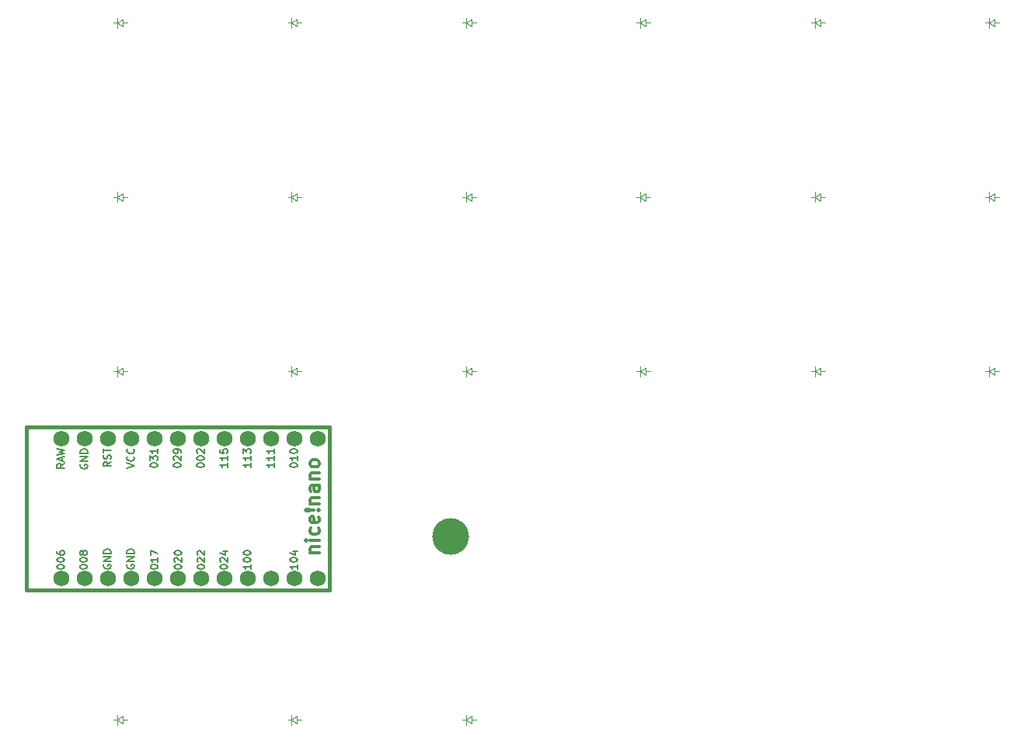
<source format=gbr>
%TF.GenerationSoftware,KiCad,Pcbnew,9.0.4*%
%TF.CreationDate,2025-09-30T09:08:11+02:00*%
%TF.ProjectId,right,72696768-742e-46b6-9963-61645f706362,v1.0.0*%
%TF.SameCoordinates,Original*%
%TF.FileFunction,Legend,Top*%
%TF.FilePolarity,Positive*%
%FSLAX46Y46*%
G04 Gerber Fmt 4.6, Leading zero omitted, Abs format (unit mm)*
G04 Created by KiCad (PCBNEW 9.0.4) date 2025-09-30 09:08:11*
%MOMM*%
%LPD*%
G01*
G04 APERTURE LIST*
%ADD10C,0.150000*%
%ADD11C,0.300000*%
%ADD12C,0.100000*%
%ADD13C,0.381000*%
%ADD14C,1.752600*%
%ADD15C,4.000000*%
G04 APERTURE END LIST*
D10*
X95892295Y-127078665D02*
X95511342Y-127345332D01*
X95892295Y-127535808D02*
X95092295Y-127535808D01*
X95092295Y-127535808D02*
X95092295Y-127231046D01*
X95092295Y-127231046D02*
X95130390Y-127154856D01*
X95130390Y-127154856D02*
X95168485Y-127116761D01*
X95168485Y-127116761D02*
X95244676Y-127078665D01*
X95244676Y-127078665D02*
X95358961Y-127078665D01*
X95358961Y-127078665D02*
X95435152Y-127116761D01*
X95435152Y-127116761D02*
X95473247Y-127154856D01*
X95473247Y-127154856D02*
X95511342Y-127231046D01*
X95511342Y-127231046D02*
X95511342Y-127535808D01*
X95663723Y-126773904D02*
X95663723Y-126392951D01*
X95892295Y-126850094D02*
X95092295Y-126583427D01*
X95092295Y-126583427D02*
X95892295Y-126316761D01*
X95092295Y-126126285D02*
X95892295Y-125935809D01*
X95892295Y-125935809D02*
X95320866Y-125783428D01*
X95320866Y-125783428D02*
X95892295Y-125631047D01*
X95892295Y-125631047D02*
X95092295Y-125440571D01*
X97670390Y-127154856D02*
X97632295Y-127231046D01*
X97632295Y-127231046D02*
X97632295Y-127345332D01*
X97632295Y-127345332D02*
X97670390Y-127459618D01*
X97670390Y-127459618D02*
X97746580Y-127535808D01*
X97746580Y-127535808D02*
X97822771Y-127573903D01*
X97822771Y-127573903D02*
X97975152Y-127611999D01*
X97975152Y-127611999D02*
X98089438Y-127611999D01*
X98089438Y-127611999D02*
X98241819Y-127573903D01*
X98241819Y-127573903D02*
X98318009Y-127535808D01*
X98318009Y-127535808D02*
X98394200Y-127459618D01*
X98394200Y-127459618D02*
X98432295Y-127345332D01*
X98432295Y-127345332D02*
X98432295Y-127269141D01*
X98432295Y-127269141D02*
X98394200Y-127154856D01*
X98394200Y-127154856D02*
X98356104Y-127116760D01*
X98356104Y-127116760D02*
X98089438Y-127116760D01*
X98089438Y-127116760D02*
X98089438Y-127269141D01*
X98432295Y-126773903D02*
X97632295Y-126773903D01*
X97632295Y-126773903D02*
X98432295Y-126316760D01*
X98432295Y-126316760D02*
X97632295Y-126316760D01*
X98432295Y-125935808D02*
X97632295Y-125935808D01*
X97632295Y-125935808D02*
X97632295Y-125745332D01*
X97632295Y-125745332D02*
X97670390Y-125631046D01*
X97670390Y-125631046D02*
X97746580Y-125554856D01*
X97746580Y-125554856D02*
X97822771Y-125516761D01*
X97822771Y-125516761D02*
X97975152Y-125478665D01*
X97975152Y-125478665D02*
X98089438Y-125478665D01*
X98089438Y-125478665D02*
X98241819Y-125516761D01*
X98241819Y-125516761D02*
X98318009Y-125554856D01*
X98318009Y-125554856D02*
X98394200Y-125631046D01*
X98394200Y-125631046D02*
X98432295Y-125745332D01*
X98432295Y-125745332D02*
X98432295Y-125935808D01*
X100972295Y-126850094D02*
X100591342Y-127116761D01*
X100972295Y-127307237D02*
X100172295Y-127307237D01*
X100172295Y-127307237D02*
X100172295Y-127002475D01*
X100172295Y-127002475D02*
X100210390Y-126926285D01*
X100210390Y-126926285D02*
X100248485Y-126888190D01*
X100248485Y-126888190D02*
X100324676Y-126850094D01*
X100324676Y-126850094D02*
X100438961Y-126850094D01*
X100438961Y-126850094D02*
X100515152Y-126888190D01*
X100515152Y-126888190D02*
X100553247Y-126926285D01*
X100553247Y-126926285D02*
X100591342Y-127002475D01*
X100591342Y-127002475D02*
X100591342Y-127307237D01*
X100934200Y-126545333D02*
X100972295Y-126431047D01*
X100972295Y-126431047D02*
X100972295Y-126240571D01*
X100972295Y-126240571D02*
X100934200Y-126164380D01*
X100934200Y-126164380D02*
X100896104Y-126126285D01*
X100896104Y-126126285D02*
X100819914Y-126088190D01*
X100819914Y-126088190D02*
X100743723Y-126088190D01*
X100743723Y-126088190D02*
X100667533Y-126126285D01*
X100667533Y-126126285D02*
X100629438Y-126164380D01*
X100629438Y-126164380D02*
X100591342Y-126240571D01*
X100591342Y-126240571D02*
X100553247Y-126392952D01*
X100553247Y-126392952D02*
X100515152Y-126469142D01*
X100515152Y-126469142D02*
X100477057Y-126507237D01*
X100477057Y-126507237D02*
X100400866Y-126545333D01*
X100400866Y-126545333D02*
X100324676Y-126545333D01*
X100324676Y-126545333D02*
X100248485Y-126507237D01*
X100248485Y-126507237D02*
X100210390Y-126469142D01*
X100210390Y-126469142D02*
X100172295Y-126392952D01*
X100172295Y-126392952D02*
X100172295Y-126202475D01*
X100172295Y-126202475D02*
X100210390Y-126088190D01*
X100172295Y-125859618D02*
X100172295Y-125402475D01*
X100972295Y-125631047D02*
X100172295Y-125631047D01*
X102712295Y-127529475D02*
X103512295Y-127262808D01*
X103512295Y-127262808D02*
X102712295Y-126996142D01*
X103436104Y-126272332D02*
X103474200Y-126310428D01*
X103474200Y-126310428D02*
X103512295Y-126424713D01*
X103512295Y-126424713D02*
X103512295Y-126500904D01*
X103512295Y-126500904D02*
X103474200Y-126615190D01*
X103474200Y-126615190D02*
X103398009Y-126691380D01*
X103398009Y-126691380D02*
X103321819Y-126729475D01*
X103321819Y-126729475D02*
X103169438Y-126767571D01*
X103169438Y-126767571D02*
X103055152Y-126767571D01*
X103055152Y-126767571D02*
X102902771Y-126729475D01*
X102902771Y-126729475D02*
X102826580Y-126691380D01*
X102826580Y-126691380D02*
X102750390Y-126615190D01*
X102750390Y-126615190D02*
X102712295Y-126500904D01*
X102712295Y-126500904D02*
X102712295Y-126424713D01*
X102712295Y-126424713D02*
X102750390Y-126310428D01*
X102750390Y-126310428D02*
X102788485Y-126272332D01*
X103436104Y-125472332D02*
X103474200Y-125510428D01*
X103474200Y-125510428D02*
X103512295Y-125624713D01*
X103512295Y-125624713D02*
X103512295Y-125700904D01*
X103512295Y-125700904D02*
X103474200Y-125815190D01*
X103474200Y-125815190D02*
X103398009Y-125891380D01*
X103398009Y-125891380D02*
X103321819Y-125929475D01*
X103321819Y-125929475D02*
X103169438Y-125967571D01*
X103169438Y-125967571D02*
X103055152Y-125967571D01*
X103055152Y-125967571D02*
X102902771Y-125929475D01*
X102902771Y-125929475D02*
X102826580Y-125891380D01*
X102826580Y-125891380D02*
X102750390Y-125815190D01*
X102750390Y-125815190D02*
X102712295Y-125700904D01*
X102712295Y-125700904D02*
X102712295Y-125624713D01*
X102712295Y-125624713D02*
X102750390Y-125510428D01*
X102750390Y-125510428D02*
X102788485Y-125472332D01*
X105252295Y-127262808D02*
X105252295Y-127186618D01*
X105252295Y-127186618D02*
X105290390Y-127110427D01*
X105290390Y-127110427D02*
X105328485Y-127072332D01*
X105328485Y-127072332D02*
X105404676Y-127034237D01*
X105404676Y-127034237D02*
X105557057Y-126996142D01*
X105557057Y-126996142D02*
X105747533Y-126996142D01*
X105747533Y-126996142D02*
X105899914Y-127034237D01*
X105899914Y-127034237D02*
X105976104Y-127072332D01*
X105976104Y-127072332D02*
X106014200Y-127110427D01*
X106014200Y-127110427D02*
X106052295Y-127186618D01*
X106052295Y-127186618D02*
X106052295Y-127262808D01*
X106052295Y-127262808D02*
X106014200Y-127338999D01*
X106014200Y-127338999D02*
X105976104Y-127377094D01*
X105976104Y-127377094D02*
X105899914Y-127415189D01*
X105899914Y-127415189D02*
X105747533Y-127453285D01*
X105747533Y-127453285D02*
X105557057Y-127453285D01*
X105557057Y-127453285D02*
X105404676Y-127415189D01*
X105404676Y-127415189D02*
X105328485Y-127377094D01*
X105328485Y-127377094D02*
X105290390Y-127338999D01*
X105290390Y-127338999D02*
X105252295Y-127262808D01*
X105252295Y-126729475D02*
X105252295Y-126234237D01*
X105252295Y-126234237D02*
X105557057Y-126500903D01*
X105557057Y-126500903D02*
X105557057Y-126386618D01*
X105557057Y-126386618D02*
X105595152Y-126310427D01*
X105595152Y-126310427D02*
X105633247Y-126272332D01*
X105633247Y-126272332D02*
X105709438Y-126234237D01*
X105709438Y-126234237D02*
X105899914Y-126234237D01*
X105899914Y-126234237D02*
X105976104Y-126272332D01*
X105976104Y-126272332D02*
X106014200Y-126310427D01*
X106014200Y-126310427D02*
X106052295Y-126386618D01*
X106052295Y-126386618D02*
X106052295Y-126615189D01*
X106052295Y-126615189D02*
X106014200Y-126691380D01*
X106014200Y-126691380D02*
X105976104Y-126729475D01*
X106052295Y-125472332D02*
X106052295Y-125929475D01*
X106052295Y-125700903D02*
X105252295Y-125700903D01*
X105252295Y-125700903D02*
X105366580Y-125777094D01*
X105366580Y-125777094D02*
X105442771Y-125853284D01*
X105442771Y-125853284D02*
X105480866Y-125929475D01*
X107792295Y-127262808D02*
X107792295Y-127186618D01*
X107792295Y-127186618D02*
X107830390Y-127110427D01*
X107830390Y-127110427D02*
X107868485Y-127072332D01*
X107868485Y-127072332D02*
X107944676Y-127034237D01*
X107944676Y-127034237D02*
X108097057Y-126996142D01*
X108097057Y-126996142D02*
X108287533Y-126996142D01*
X108287533Y-126996142D02*
X108439914Y-127034237D01*
X108439914Y-127034237D02*
X108516104Y-127072332D01*
X108516104Y-127072332D02*
X108554200Y-127110427D01*
X108554200Y-127110427D02*
X108592295Y-127186618D01*
X108592295Y-127186618D02*
X108592295Y-127262808D01*
X108592295Y-127262808D02*
X108554200Y-127338999D01*
X108554200Y-127338999D02*
X108516104Y-127377094D01*
X108516104Y-127377094D02*
X108439914Y-127415189D01*
X108439914Y-127415189D02*
X108287533Y-127453285D01*
X108287533Y-127453285D02*
X108097057Y-127453285D01*
X108097057Y-127453285D02*
X107944676Y-127415189D01*
X107944676Y-127415189D02*
X107868485Y-127377094D01*
X107868485Y-127377094D02*
X107830390Y-127338999D01*
X107830390Y-127338999D02*
X107792295Y-127262808D01*
X107868485Y-126691380D02*
X107830390Y-126653284D01*
X107830390Y-126653284D02*
X107792295Y-126577094D01*
X107792295Y-126577094D02*
X107792295Y-126386618D01*
X107792295Y-126386618D02*
X107830390Y-126310427D01*
X107830390Y-126310427D02*
X107868485Y-126272332D01*
X107868485Y-126272332D02*
X107944676Y-126234237D01*
X107944676Y-126234237D02*
X108020866Y-126234237D01*
X108020866Y-126234237D02*
X108135152Y-126272332D01*
X108135152Y-126272332D02*
X108592295Y-126729475D01*
X108592295Y-126729475D02*
X108592295Y-126234237D01*
X108592295Y-125853284D02*
X108592295Y-125700903D01*
X108592295Y-125700903D02*
X108554200Y-125624713D01*
X108554200Y-125624713D02*
X108516104Y-125586617D01*
X108516104Y-125586617D02*
X108401819Y-125510427D01*
X108401819Y-125510427D02*
X108249438Y-125472332D01*
X108249438Y-125472332D02*
X107944676Y-125472332D01*
X107944676Y-125472332D02*
X107868485Y-125510427D01*
X107868485Y-125510427D02*
X107830390Y-125548522D01*
X107830390Y-125548522D02*
X107792295Y-125624713D01*
X107792295Y-125624713D02*
X107792295Y-125777094D01*
X107792295Y-125777094D02*
X107830390Y-125853284D01*
X107830390Y-125853284D02*
X107868485Y-125891379D01*
X107868485Y-125891379D02*
X107944676Y-125929475D01*
X107944676Y-125929475D02*
X108135152Y-125929475D01*
X108135152Y-125929475D02*
X108211342Y-125891379D01*
X108211342Y-125891379D02*
X108249438Y-125853284D01*
X108249438Y-125853284D02*
X108287533Y-125777094D01*
X108287533Y-125777094D02*
X108287533Y-125624713D01*
X108287533Y-125624713D02*
X108249438Y-125548522D01*
X108249438Y-125548522D02*
X108211342Y-125510427D01*
X108211342Y-125510427D02*
X108135152Y-125472332D01*
X110332295Y-127262808D02*
X110332295Y-127186618D01*
X110332295Y-127186618D02*
X110370390Y-127110427D01*
X110370390Y-127110427D02*
X110408485Y-127072332D01*
X110408485Y-127072332D02*
X110484676Y-127034237D01*
X110484676Y-127034237D02*
X110637057Y-126996142D01*
X110637057Y-126996142D02*
X110827533Y-126996142D01*
X110827533Y-126996142D02*
X110979914Y-127034237D01*
X110979914Y-127034237D02*
X111056104Y-127072332D01*
X111056104Y-127072332D02*
X111094200Y-127110427D01*
X111094200Y-127110427D02*
X111132295Y-127186618D01*
X111132295Y-127186618D02*
X111132295Y-127262808D01*
X111132295Y-127262808D02*
X111094200Y-127338999D01*
X111094200Y-127338999D02*
X111056104Y-127377094D01*
X111056104Y-127377094D02*
X110979914Y-127415189D01*
X110979914Y-127415189D02*
X110827533Y-127453285D01*
X110827533Y-127453285D02*
X110637057Y-127453285D01*
X110637057Y-127453285D02*
X110484676Y-127415189D01*
X110484676Y-127415189D02*
X110408485Y-127377094D01*
X110408485Y-127377094D02*
X110370390Y-127338999D01*
X110370390Y-127338999D02*
X110332295Y-127262808D01*
X110332295Y-126500903D02*
X110332295Y-126424713D01*
X110332295Y-126424713D02*
X110370390Y-126348522D01*
X110370390Y-126348522D02*
X110408485Y-126310427D01*
X110408485Y-126310427D02*
X110484676Y-126272332D01*
X110484676Y-126272332D02*
X110637057Y-126234237D01*
X110637057Y-126234237D02*
X110827533Y-126234237D01*
X110827533Y-126234237D02*
X110979914Y-126272332D01*
X110979914Y-126272332D02*
X111056104Y-126310427D01*
X111056104Y-126310427D02*
X111094200Y-126348522D01*
X111094200Y-126348522D02*
X111132295Y-126424713D01*
X111132295Y-126424713D02*
X111132295Y-126500903D01*
X111132295Y-126500903D02*
X111094200Y-126577094D01*
X111094200Y-126577094D02*
X111056104Y-126615189D01*
X111056104Y-126615189D02*
X110979914Y-126653284D01*
X110979914Y-126653284D02*
X110827533Y-126691380D01*
X110827533Y-126691380D02*
X110637057Y-126691380D01*
X110637057Y-126691380D02*
X110484676Y-126653284D01*
X110484676Y-126653284D02*
X110408485Y-126615189D01*
X110408485Y-126615189D02*
X110370390Y-126577094D01*
X110370390Y-126577094D02*
X110332295Y-126500903D01*
X110408485Y-125929475D02*
X110370390Y-125891379D01*
X110370390Y-125891379D02*
X110332295Y-125815189D01*
X110332295Y-125815189D02*
X110332295Y-125624713D01*
X110332295Y-125624713D02*
X110370390Y-125548522D01*
X110370390Y-125548522D02*
X110408485Y-125510427D01*
X110408485Y-125510427D02*
X110484676Y-125472332D01*
X110484676Y-125472332D02*
X110560866Y-125472332D01*
X110560866Y-125472332D02*
X110675152Y-125510427D01*
X110675152Y-125510427D02*
X111132295Y-125967570D01*
X111132295Y-125967570D02*
X111132295Y-125472332D01*
X113672295Y-126996142D02*
X113672295Y-127453285D01*
X113672295Y-127224713D02*
X112872295Y-127224713D01*
X112872295Y-127224713D02*
X112986580Y-127300904D01*
X112986580Y-127300904D02*
X113062771Y-127377094D01*
X113062771Y-127377094D02*
X113100866Y-127453285D01*
X113672295Y-126234237D02*
X113672295Y-126691380D01*
X113672295Y-126462808D02*
X112872295Y-126462808D01*
X112872295Y-126462808D02*
X112986580Y-126538999D01*
X112986580Y-126538999D02*
X113062771Y-126615189D01*
X113062771Y-126615189D02*
X113100866Y-126691380D01*
X112872295Y-125510427D02*
X112872295Y-125891379D01*
X112872295Y-125891379D02*
X113253247Y-125929475D01*
X113253247Y-125929475D02*
X113215152Y-125891379D01*
X113215152Y-125891379D02*
X113177057Y-125815189D01*
X113177057Y-125815189D02*
X113177057Y-125624713D01*
X113177057Y-125624713D02*
X113215152Y-125548522D01*
X113215152Y-125548522D02*
X113253247Y-125510427D01*
X113253247Y-125510427D02*
X113329438Y-125472332D01*
X113329438Y-125472332D02*
X113519914Y-125472332D01*
X113519914Y-125472332D02*
X113596104Y-125510427D01*
X113596104Y-125510427D02*
X113634200Y-125548522D01*
X113634200Y-125548522D02*
X113672295Y-125624713D01*
X113672295Y-125624713D02*
X113672295Y-125815189D01*
X113672295Y-125815189D02*
X113634200Y-125891379D01*
X113634200Y-125891379D02*
X113596104Y-125929475D01*
X116212295Y-126996142D02*
X116212295Y-127453285D01*
X116212295Y-127224713D02*
X115412295Y-127224713D01*
X115412295Y-127224713D02*
X115526580Y-127300904D01*
X115526580Y-127300904D02*
X115602771Y-127377094D01*
X115602771Y-127377094D02*
X115640866Y-127453285D01*
X116212295Y-126234237D02*
X116212295Y-126691380D01*
X116212295Y-126462808D02*
X115412295Y-126462808D01*
X115412295Y-126462808D02*
X115526580Y-126538999D01*
X115526580Y-126538999D02*
X115602771Y-126615189D01*
X115602771Y-126615189D02*
X115640866Y-126691380D01*
X115412295Y-125967570D02*
X115412295Y-125472332D01*
X115412295Y-125472332D02*
X115717057Y-125738998D01*
X115717057Y-125738998D02*
X115717057Y-125624713D01*
X115717057Y-125624713D02*
X115755152Y-125548522D01*
X115755152Y-125548522D02*
X115793247Y-125510427D01*
X115793247Y-125510427D02*
X115869438Y-125472332D01*
X115869438Y-125472332D02*
X116059914Y-125472332D01*
X116059914Y-125472332D02*
X116136104Y-125510427D01*
X116136104Y-125510427D02*
X116174200Y-125548522D01*
X116174200Y-125548522D02*
X116212295Y-125624713D01*
X116212295Y-125624713D02*
X116212295Y-125853284D01*
X116212295Y-125853284D02*
X116174200Y-125929475D01*
X116174200Y-125929475D02*
X116136104Y-125967570D01*
X118752295Y-126996142D02*
X118752295Y-127453285D01*
X118752295Y-127224713D02*
X117952295Y-127224713D01*
X117952295Y-127224713D02*
X118066580Y-127300904D01*
X118066580Y-127300904D02*
X118142771Y-127377094D01*
X118142771Y-127377094D02*
X118180866Y-127453285D01*
X118752295Y-126234237D02*
X118752295Y-126691380D01*
X118752295Y-126462808D02*
X117952295Y-126462808D01*
X117952295Y-126462808D02*
X118066580Y-126538999D01*
X118066580Y-126538999D02*
X118142771Y-126615189D01*
X118142771Y-126615189D02*
X118180866Y-126691380D01*
X118752295Y-125472332D02*
X118752295Y-125929475D01*
X118752295Y-125700903D02*
X117952295Y-125700903D01*
X117952295Y-125700903D02*
X118066580Y-125777094D01*
X118066580Y-125777094D02*
X118142771Y-125853284D01*
X118142771Y-125853284D02*
X118180866Y-125929475D01*
X120492295Y-127262808D02*
X120492295Y-127186618D01*
X120492295Y-127186618D02*
X120530390Y-127110427D01*
X120530390Y-127110427D02*
X120568485Y-127072332D01*
X120568485Y-127072332D02*
X120644676Y-127034237D01*
X120644676Y-127034237D02*
X120797057Y-126996142D01*
X120797057Y-126996142D02*
X120987533Y-126996142D01*
X120987533Y-126996142D02*
X121139914Y-127034237D01*
X121139914Y-127034237D02*
X121216104Y-127072332D01*
X121216104Y-127072332D02*
X121254200Y-127110427D01*
X121254200Y-127110427D02*
X121292295Y-127186618D01*
X121292295Y-127186618D02*
X121292295Y-127262808D01*
X121292295Y-127262808D02*
X121254200Y-127338999D01*
X121254200Y-127338999D02*
X121216104Y-127377094D01*
X121216104Y-127377094D02*
X121139914Y-127415189D01*
X121139914Y-127415189D02*
X120987533Y-127453285D01*
X120987533Y-127453285D02*
X120797057Y-127453285D01*
X120797057Y-127453285D02*
X120644676Y-127415189D01*
X120644676Y-127415189D02*
X120568485Y-127377094D01*
X120568485Y-127377094D02*
X120530390Y-127338999D01*
X120530390Y-127338999D02*
X120492295Y-127262808D01*
X121292295Y-126234237D02*
X121292295Y-126691380D01*
X121292295Y-126462808D02*
X120492295Y-126462808D01*
X120492295Y-126462808D02*
X120606580Y-126538999D01*
X120606580Y-126538999D02*
X120682771Y-126615189D01*
X120682771Y-126615189D02*
X120720866Y-126691380D01*
X120492295Y-125738998D02*
X120492295Y-125662808D01*
X120492295Y-125662808D02*
X120530390Y-125586617D01*
X120530390Y-125586617D02*
X120568485Y-125548522D01*
X120568485Y-125548522D02*
X120644676Y-125510427D01*
X120644676Y-125510427D02*
X120797057Y-125472332D01*
X120797057Y-125472332D02*
X120987533Y-125472332D01*
X120987533Y-125472332D02*
X121139914Y-125510427D01*
X121139914Y-125510427D02*
X121216104Y-125548522D01*
X121216104Y-125548522D02*
X121254200Y-125586617D01*
X121254200Y-125586617D02*
X121292295Y-125662808D01*
X121292295Y-125662808D02*
X121292295Y-125738998D01*
X121292295Y-125738998D02*
X121254200Y-125815189D01*
X121254200Y-125815189D02*
X121216104Y-125853284D01*
X121216104Y-125853284D02*
X121139914Y-125891379D01*
X121139914Y-125891379D02*
X120987533Y-125929475D01*
X120987533Y-125929475D02*
X120797057Y-125929475D01*
X120797057Y-125929475D02*
X120644676Y-125891379D01*
X120644676Y-125891379D02*
X120568485Y-125853284D01*
X120568485Y-125853284D02*
X120530390Y-125815189D01*
X120530390Y-125815189D02*
X120492295Y-125738998D01*
X95092295Y-138337189D02*
X95092295Y-138260999D01*
X95092295Y-138260999D02*
X95130390Y-138184808D01*
X95130390Y-138184808D02*
X95168485Y-138146713D01*
X95168485Y-138146713D02*
X95244676Y-138108618D01*
X95244676Y-138108618D02*
X95397057Y-138070523D01*
X95397057Y-138070523D02*
X95587533Y-138070523D01*
X95587533Y-138070523D02*
X95739914Y-138108618D01*
X95739914Y-138108618D02*
X95816104Y-138146713D01*
X95816104Y-138146713D02*
X95854200Y-138184808D01*
X95854200Y-138184808D02*
X95892295Y-138260999D01*
X95892295Y-138260999D02*
X95892295Y-138337189D01*
X95892295Y-138337189D02*
X95854200Y-138413380D01*
X95854200Y-138413380D02*
X95816104Y-138451475D01*
X95816104Y-138451475D02*
X95739914Y-138489570D01*
X95739914Y-138489570D02*
X95587533Y-138527666D01*
X95587533Y-138527666D02*
X95397057Y-138527666D01*
X95397057Y-138527666D02*
X95244676Y-138489570D01*
X95244676Y-138489570D02*
X95168485Y-138451475D01*
X95168485Y-138451475D02*
X95130390Y-138413380D01*
X95130390Y-138413380D02*
X95092295Y-138337189D01*
X95092295Y-137575284D02*
X95092295Y-137499094D01*
X95092295Y-137499094D02*
X95130390Y-137422903D01*
X95130390Y-137422903D02*
X95168485Y-137384808D01*
X95168485Y-137384808D02*
X95244676Y-137346713D01*
X95244676Y-137346713D02*
X95397057Y-137308618D01*
X95397057Y-137308618D02*
X95587533Y-137308618D01*
X95587533Y-137308618D02*
X95739914Y-137346713D01*
X95739914Y-137346713D02*
X95816104Y-137384808D01*
X95816104Y-137384808D02*
X95854200Y-137422903D01*
X95854200Y-137422903D02*
X95892295Y-137499094D01*
X95892295Y-137499094D02*
X95892295Y-137575284D01*
X95892295Y-137575284D02*
X95854200Y-137651475D01*
X95854200Y-137651475D02*
X95816104Y-137689570D01*
X95816104Y-137689570D02*
X95739914Y-137727665D01*
X95739914Y-137727665D02*
X95587533Y-137765761D01*
X95587533Y-137765761D02*
X95397057Y-137765761D01*
X95397057Y-137765761D02*
X95244676Y-137727665D01*
X95244676Y-137727665D02*
X95168485Y-137689570D01*
X95168485Y-137689570D02*
X95130390Y-137651475D01*
X95130390Y-137651475D02*
X95092295Y-137575284D01*
X95092295Y-136622903D02*
X95092295Y-136775284D01*
X95092295Y-136775284D02*
X95130390Y-136851475D01*
X95130390Y-136851475D02*
X95168485Y-136889570D01*
X95168485Y-136889570D02*
X95282771Y-136965760D01*
X95282771Y-136965760D02*
X95435152Y-137003856D01*
X95435152Y-137003856D02*
X95739914Y-137003856D01*
X95739914Y-137003856D02*
X95816104Y-136965760D01*
X95816104Y-136965760D02*
X95854200Y-136927665D01*
X95854200Y-136927665D02*
X95892295Y-136851475D01*
X95892295Y-136851475D02*
X95892295Y-136699094D01*
X95892295Y-136699094D02*
X95854200Y-136622903D01*
X95854200Y-136622903D02*
X95816104Y-136584808D01*
X95816104Y-136584808D02*
X95739914Y-136546713D01*
X95739914Y-136546713D02*
X95549438Y-136546713D01*
X95549438Y-136546713D02*
X95473247Y-136584808D01*
X95473247Y-136584808D02*
X95435152Y-136622903D01*
X95435152Y-136622903D02*
X95397057Y-136699094D01*
X95397057Y-136699094D02*
X95397057Y-136851475D01*
X95397057Y-136851475D02*
X95435152Y-136927665D01*
X95435152Y-136927665D02*
X95473247Y-136965760D01*
X95473247Y-136965760D02*
X95549438Y-137003856D01*
X97562295Y-138337189D02*
X97562295Y-138260999D01*
X97562295Y-138260999D02*
X97600390Y-138184808D01*
X97600390Y-138184808D02*
X97638485Y-138146713D01*
X97638485Y-138146713D02*
X97714676Y-138108618D01*
X97714676Y-138108618D02*
X97867057Y-138070523D01*
X97867057Y-138070523D02*
X98057533Y-138070523D01*
X98057533Y-138070523D02*
X98209914Y-138108618D01*
X98209914Y-138108618D02*
X98286104Y-138146713D01*
X98286104Y-138146713D02*
X98324200Y-138184808D01*
X98324200Y-138184808D02*
X98362295Y-138260999D01*
X98362295Y-138260999D02*
X98362295Y-138337189D01*
X98362295Y-138337189D02*
X98324200Y-138413380D01*
X98324200Y-138413380D02*
X98286104Y-138451475D01*
X98286104Y-138451475D02*
X98209914Y-138489570D01*
X98209914Y-138489570D02*
X98057533Y-138527666D01*
X98057533Y-138527666D02*
X97867057Y-138527666D01*
X97867057Y-138527666D02*
X97714676Y-138489570D01*
X97714676Y-138489570D02*
X97638485Y-138451475D01*
X97638485Y-138451475D02*
X97600390Y-138413380D01*
X97600390Y-138413380D02*
X97562295Y-138337189D01*
X97562295Y-137575284D02*
X97562295Y-137499094D01*
X97562295Y-137499094D02*
X97600390Y-137422903D01*
X97600390Y-137422903D02*
X97638485Y-137384808D01*
X97638485Y-137384808D02*
X97714676Y-137346713D01*
X97714676Y-137346713D02*
X97867057Y-137308618D01*
X97867057Y-137308618D02*
X98057533Y-137308618D01*
X98057533Y-137308618D02*
X98209914Y-137346713D01*
X98209914Y-137346713D02*
X98286104Y-137384808D01*
X98286104Y-137384808D02*
X98324200Y-137422903D01*
X98324200Y-137422903D02*
X98362295Y-137499094D01*
X98362295Y-137499094D02*
X98362295Y-137575284D01*
X98362295Y-137575284D02*
X98324200Y-137651475D01*
X98324200Y-137651475D02*
X98286104Y-137689570D01*
X98286104Y-137689570D02*
X98209914Y-137727665D01*
X98209914Y-137727665D02*
X98057533Y-137765761D01*
X98057533Y-137765761D02*
X97867057Y-137765761D01*
X97867057Y-137765761D02*
X97714676Y-137727665D01*
X97714676Y-137727665D02*
X97638485Y-137689570D01*
X97638485Y-137689570D02*
X97600390Y-137651475D01*
X97600390Y-137651475D02*
X97562295Y-137575284D01*
X97905152Y-136851475D02*
X97867057Y-136927665D01*
X97867057Y-136927665D02*
X97828961Y-136965760D01*
X97828961Y-136965760D02*
X97752771Y-137003856D01*
X97752771Y-137003856D02*
X97714676Y-137003856D01*
X97714676Y-137003856D02*
X97638485Y-136965760D01*
X97638485Y-136965760D02*
X97600390Y-136927665D01*
X97600390Y-136927665D02*
X97562295Y-136851475D01*
X97562295Y-136851475D02*
X97562295Y-136699094D01*
X97562295Y-136699094D02*
X97600390Y-136622903D01*
X97600390Y-136622903D02*
X97638485Y-136584808D01*
X97638485Y-136584808D02*
X97714676Y-136546713D01*
X97714676Y-136546713D02*
X97752771Y-136546713D01*
X97752771Y-136546713D02*
X97828961Y-136584808D01*
X97828961Y-136584808D02*
X97867057Y-136622903D01*
X97867057Y-136622903D02*
X97905152Y-136699094D01*
X97905152Y-136699094D02*
X97905152Y-136851475D01*
X97905152Y-136851475D02*
X97943247Y-136927665D01*
X97943247Y-136927665D02*
X97981342Y-136965760D01*
X97981342Y-136965760D02*
X98057533Y-137003856D01*
X98057533Y-137003856D02*
X98209914Y-137003856D01*
X98209914Y-137003856D02*
X98286104Y-136965760D01*
X98286104Y-136965760D02*
X98324200Y-136927665D01*
X98324200Y-136927665D02*
X98362295Y-136851475D01*
X98362295Y-136851475D02*
X98362295Y-136699094D01*
X98362295Y-136699094D02*
X98324200Y-136622903D01*
X98324200Y-136622903D02*
X98286104Y-136584808D01*
X98286104Y-136584808D02*
X98209914Y-136546713D01*
X98209914Y-136546713D02*
X98057533Y-136546713D01*
X98057533Y-136546713D02*
X97981342Y-136584808D01*
X97981342Y-136584808D02*
X97943247Y-136622903D01*
X97943247Y-136622903D02*
X97905152Y-136699094D01*
X100210390Y-138070523D02*
X100172295Y-138146713D01*
X100172295Y-138146713D02*
X100172295Y-138260999D01*
X100172295Y-138260999D02*
X100210390Y-138375285D01*
X100210390Y-138375285D02*
X100286580Y-138451475D01*
X100286580Y-138451475D02*
X100362771Y-138489570D01*
X100362771Y-138489570D02*
X100515152Y-138527666D01*
X100515152Y-138527666D02*
X100629438Y-138527666D01*
X100629438Y-138527666D02*
X100781819Y-138489570D01*
X100781819Y-138489570D02*
X100858009Y-138451475D01*
X100858009Y-138451475D02*
X100934200Y-138375285D01*
X100934200Y-138375285D02*
X100972295Y-138260999D01*
X100972295Y-138260999D02*
X100972295Y-138184808D01*
X100972295Y-138184808D02*
X100934200Y-138070523D01*
X100934200Y-138070523D02*
X100896104Y-138032427D01*
X100896104Y-138032427D02*
X100629438Y-138032427D01*
X100629438Y-138032427D02*
X100629438Y-138184808D01*
X100972295Y-137689570D02*
X100172295Y-137689570D01*
X100172295Y-137689570D02*
X100972295Y-137232427D01*
X100972295Y-137232427D02*
X100172295Y-137232427D01*
X100972295Y-136851475D02*
X100172295Y-136851475D01*
X100172295Y-136851475D02*
X100172295Y-136660999D01*
X100172295Y-136660999D02*
X100210390Y-136546713D01*
X100210390Y-136546713D02*
X100286580Y-136470523D01*
X100286580Y-136470523D02*
X100362771Y-136432428D01*
X100362771Y-136432428D02*
X100515152Y-136394332D01*
X100515152Y-136394332D02*
X100629438Y-136394332D01*
X100629438Y-136394332D02*
X100781819Y-136432428D01*
X100781819Y-136432428D02*
X100858009Y-136470523D01*
X100858009Y-136470523D02*
X100934200Y-136546713D01*
X100934200Y-136546713D02*
X100972295Y-136660999D01*
X100972295Y-136660999D02*
X100972295Y-136851475D01*
X102750390Y-138070523D02*
X102712295Y-138146713D01*
X102712295Y-138146713D02*
X102712295Y-138260999D01*
X102712295Y-138260999D02*
X102750390Y-138375285D01*
X102750390Y-138375285D02*
X102826580Y-138451475D01*
X102826580Y-138451475D02*
X102902771Y-138489570D01*
X102902771Y-138489570D02*
X103055152Y-138527666D01*
X103055152Y-138527666D02*
X103169438Y-138527666D01*
X103169438Y-138527666D02*
X103321819Y-138489570D01*
X103321819Y-138489570D02*
X103398009Y-138451475D01*
X103398009Y-138451475D02*
X103474200Y-138375285D01*
X103474200Y-138375285D02*
X103512295Y-138260999D01*
X103512295Y-138260999D02*
X103512295Y-138184808D01*
X103512295Y-138184808D02*
X103474200Y-138070523D01*
X103474200Y-138070523D02*
X103436104Y-138032427D01*
X103436104Y-138032427D02*
X103169438Y-138032427D01*
X103169438Y-138032427D02*
X103169438Y-138184808D01*
X103512295Y-137689570D02*
X102712295Y-137689570D01*
X102712295Y-137689570D02*
X103512295Y-137232427D01*
X103512295Y-137232427D02*
X102712295Y-137232427D01*
X103512295Y-136851475D02*
X102712295Y-136851475D01*
X102712295Y-136851475D02*
X102712295Y-136660999D01*
X102712295Y-136660999D02*
X102750390Y-136546713D01*
X102750390Y-136546713D02*
X102826580Y-136470523D01*
X102826580Y-136470523D02*
X102902771Y-136432428D01*
X102902771Y-136432428D02*
X103055152Y-136394332D01*
X103055152Y-136394332D02*
X103169438Y-136394332D01*
X103169438Y-136394332D02*
X103321819Y-136432428D01*
X103321819Y-136432428D02*
X103398009Y-136470523D01*
X103398009Y-136470523D02*
X103474200Y-136546713D01*
X103474200Y-136546713D02*
X103512295Y-136660999D01*
X103512295Y-136660999D02*
X103512295Y-136851475D01*
X105262295Y-138337189D02*
X105262295Y-138260999D01*
X105262295Y-138260999D02*
X105300390Y-138184808D01*
X105300390Y-138184808D02*
X105338485Y-138146713D01*
X105338485Y-138146713D02*
X105414676Y-138108618D01*
X105414676Y-138108618D02*
X105567057Y-138070523D01*
X105567057Y-138070523D02*
X105757533Y-138070523D01*
X105757533Y-138070523D02*
X105909914Y-138108618D01*
X105909914Y-138108618D02*
X105986104Y-138146713D01*
X105986104Y-138146713D02*
X106024200Y-138184808D01*
X106024200Y-138184808D02*
X106062295Y-138260999D01*
X106062295Y-138260999D02*
X106062295Y-138337189D01*
X106062295Y-138337189D02*
X106024200Y-138413380D01*
X106024200Y-138413380D02*
X105986104Y-138451475D01*
X105986104Y-138451475D02*
X105909914Y-138489570D01*
X105909914Y-138489570D02*
X105757533Y-138527666D01*
X105757533Y-138527666D02*
X105567057Y-138527666D01*
X105567057Y-138527666D02*
X105414676Y-138489570D01*
X105414676Y-138489570D02*
X105338485Y-138451475D01*
X105338485Y-138451475D02*
X105300390Y-138413380D01*
X105300390Y-138413380D02*
X105262295Y-138337189D01*
X106062295Y-137308618D02*
X106062295Y-137765761D01*
X106062295Y-137537189D02*
X105262295Y-137537189D01*
X105262295Y-137537189D02*
X105376580Y-137613380D01*
X105376580Y-137613380D02*
X105452771Y-137689570D01*
X105452771Y-137689570D02*
X105490866Y-137765761D01*
X105262295Y-137041951D02*
X105262295Y-136508617D01*
X105262295Y-136508617D02*
X106062295Y-136851475D01*
X107862295Y-138337189D02*
X107862295Y-138260999D01*
X107862295Y-138260999D02*
X107900390Y-138184808D01*
X107900390Y-138184808D02*
X107938485Y-138146713D01*
X107938485Y-138146713D02*
X108014676Y-138108618D01*
X108014676Y-138108618D02*
X108167057Y-138070523D01*
X108167057Y-138070523D02*
X108357533Y-138070523D01*
X108357533Y-138070523D02*
X108509914Y-138108618D01*
X108509914Y-138108618D02*
X108586104Y-138146713D01*
X108586104Y-138146713D02*
X108624200Y-138184808D01*
X108624200Y-138184808D02*
X108662295Y-138260999D01*
X108662295Y-138260999D02*
X108662295Y-138337189D01*
X108662295Y-138337189D02*
X108624200Y-138413380D01*
X108624200Y-138413380D02*
X108586104Y-138451475D01*
X108586104Y-138451475D02*
X108509914Y-138489570D01*
X108509914Y-138489570D02*
X108357533Y-138527666D01*
X108357533Y-138527666D02*
X108167057Y-138527666D01*
X108167057Y-138527666D02*
X108014676Y-138489570D01*
X108014676Y-138489570D02*
X107938485Y-138451475D01*
X107938485Y-138451475D02*
X107900390Y-138413380D01*
X107900390Y-138413380D02*
X107862295Y-138337189D01*
X107938485Y-137765761D02*
X107900390Y-137727665D01*
X107900390Y-137727665D02*
X107862295Y-137651475D01*
X107862295Y-137651475D02*
X107862295Y-137460999D01*
X107862295Y-137460999D02*
X107900390Y-137384808D01*
X107900390Y-137384808D02*
X107938485Y-137346713D01*
X107938485Y-137346713D02*
X108014676Y-137308618D01*
X108014676Y-137308618D02*
X108090866Y-137308618D01*
X108090866Y-137308618D02*
X108205152Y-137346713D01*
X108205152Y-137346713D02*
X108662295Y-137803856D01*
X108662295Y-137803856D02*
X108662295Y-137308618D01*
X107862295Y-136813379D02*
X107862295Y-136737189D01*
X107862295Y-136737189D02*
X107900390Y-136660998D01*
X107900390Y-136660998D02*
X107938485Y-136622903D01*
X107938485Y-136622903D02*
X108014676Y-136584808D01*
X108014676Y-136584808D02*
X108167057Y-136546713D01*
X108167057Y-136546713D02*
X108357533Y-136546713D01*
X108357533Y-136546713D02*
X108509914Y-136584808D01*
X108509914Y-136584808D02*
X108586104Y-136622903D01*
X108586104Y-136622903D02*
X108624200Y-136660998D01*
X108624200Y-136660998D02*
X108662295Y-136737189D01*
X108662295Y-136737189D02*
X108662295Y-136813379D01*
X108662295Y-136813379D02*
X108624200Y-136889570D01*
X108624200Y-136889570D02*
X108586104Y-136927665D01*
X108586104Y-136927665D02*
X108509914Y-136965760D01*
X108509914Y-136965760D02*
X108357533Y-137003856D01*
X108357533Y-137003856D02*
X108167057Y-137003856D01*
X108167057Y-137003856D02*
X108014676Y-136965760D01*
X108014676Y-136965760D02*
X107938485Y-136927665D01*
X107938485Y-136927665D02*
X107900390Y-136889570D01*
X107900390Y-136889570D02*
X107862295Y-136813379D01*
X110362295Y-138337189D02*
X110362295Y-138260999D01*
X110362295Y-138260999D02*
X110400390Y-138184808D01*
X110400390Y-138184808D02*
X110438485Y-138146713D01*
X110438485Y-138146713D02*
X110514676Y-138108618D01*
X110514676Y-138108618D02*
X110667057Y-138070523D01*
X110667057Y-138070523D02*
X110857533Y-138070523D01*
X110857533Y-138070523D02*
X111009914Y-138108618D01*
X111009914Y-138108618D02*
X111086104Y-138146713D01*
X111086104Y-138146713D02*
X111124200Y-138184808D01*
X111124200Y-138184808D02*
X111162295Y-138260999D01*
X111162295Y-138260999D02*
X111162295Y-138337189D01*
X111162295Y-138337189D02*
X111124200Y-138413380D01*
X111124200Y-138413380D02*
X111086104Y-138451475D01*
X111086104Y-138451475D02*
X111009914Y-138489570D01*
X111009914Y-138489570D02*
X110857533Y-138527666D01*
X110857533Y-138527666D02*
X110667057Y-138527666D01*
X110667057Y-138527666D02*
X110514676Y-138489570D01*
X110514676Y-138489570D02*
X110438485Y-138451475D01*
X110438485Y-138451475D02*
X110400390Y-138413380D01*
X110400390Y-138413380D02*
X110362295Y-138337189D01*
X110438485Y-137765761D02*
X110400390Y-137727665D01*
X110400390Y-137727665D02*
X110362295Y-137651475D01*
X110362295Y-137651475D02*
X110362295Y-137460999D01*
X110362295Y-137460999D02*
X110400390Y-137384808D01*
X110400390Y-137384808D02*
X110438485Y-137346713D01*
X110438485Y-137346713D02*
X110514676Y-137308618D01*
X110514676Y-137308618D02*
X110590866Y-137308618D01*
X110590866Y-137308618D02*
X110705152Y-137346713D01*
X110705152Y-137346713D02*
X111162295Y-137803856D01*
X111162295Y-137803856D02*
X111162295Y-137308618D01*
X110438485Y-137003856D02*
X110400390Y-136965760D01*
X110400390Y-136965760D02*
X110362295Y-136889570D01*
X110362295Y-136889570D02*
X110362295Y-136699094D01*
X110362295Y-136699094D02*
X110400390Y-136622903D01*
X110400390Y-136622903D02*
X110438485Y-136584808D01*
X110438485Y-136584808D02*
X110514676Y-136546713D01*
X110514676Y-136546713D02*
X110590866Y-136546713D01*
X110590866Y-136546713D02*
X110705152Y-136584808D01*
X110705152Y-136584808D02*
X111162295Y-137041951D01*
X111162295Y-137041951D02*
X111162295Y-136546713D01*
X112872295Y-138337189D02*
X112872295Y-138260999D01*
X112872295Y-138260999D02*
X112910390Y-138184808D01*
X112910390Y-138184808D02*
X112948485Y-138146713D01*
X112948485Y-138146713D02*
X113024676Y-138108618D01*
X113024676Y-138108618D02*
X113177057Y-138070523D01*
X113177057Y-138070523D02*
X113367533Y-138070523D01*
X113367533Y-138070523D02*
X113519914Y-138108618D01*
X113519914Y-138108618D02*
X113596104Y-138146713D01*
X113596104Y-138146713D02*
X113634200Y-138184808D01*
X113634200Y-138184808D02*
X113672295Y-138260999D01*
X113672295Y-138260999D02*
X113672295Y-138337189D01*
X113672295Y-138337189D02*
X113634200Y-138413380D01*
X113634200Y-138413380D02*
X113596104Y-138451475D01*
X113596104Y-138451475D02*
X113519914Y-138489570D01*
X113519914Y-138489570D02*
X113367533Y-138527666D01*
X113367533Y-138527666D02*
X113177057Y-138527666D01*
X113177057Y-138527666D02*
X113024676Y-138489570D01*
X113024676Y-138489570D02*
X112948485Y-138451475D01*
X112948485Y-138451475D02*
X112910390Y-138413380D01*
X112910390Y-138413380D02*
X112872295Y-138337189D01*
X112948485Y-137765761D02*
X112910390Y-137727665D01*
X112910390Y-137727665D02*
X112872295Y-137651475D01*
X112872295Y-137651475D02*
X112872295Y-137460999D01*
X112872295Y-137460999D02*
X112910390Y-137384808D01*
X112910390Y-137384808D02*
X112948485Y-137346713D01*
X112948485Y-137346713D02*
X113024676Y-137308618D01*
X113024676Y-137308618D02*
X113100866Y-137308618D01*
X113100866Y-137308618D02*
X113215152Y-137346713D01*
X113215152Y-137346713D02*
X113672295Y-137803856D01*
X113672295Y-137803856D02*
X113672295Y-137308618D01*
X113138961Y-136622903D02*
X113672295Y-136622903D01*
X112834200Y-136813379D02*
X113405628Y-137003856D01*
X113405628Y-137003856D02*
X113405628Y-136508617D01*
X116212295Y-138070523D02*
X116212295Y-138527666D01*
X116212295Y-138299094D02*
X115412295Y-138299094D01*
X115412295Y-138299094D02*
X115526580Y-138375285D01*
X115526580Y-138375285D02*
X115602771Y-138451475D01*
X115602771Y-138451475D02*
X115640866Y-138527666D01*
X115412295Y-137575284D02*
X115412295Y-137499094D01*
X115412295Y-137499094D02*
X115450390Y-137422903D01*
X115450390Y-137422903D02*
X115488485Y-137384808D01*
X115488485Y-137384808D02*
X115564676Y-137346713D01*
X115564676Y-137346713D02*
X115717057Y-137308618D01*
X115717057Y-137308618D02*
X115907533Y-137308618D01*
X115907533Y-137308618D02*
X116059914Y-137346713D01*
X116059914Y-137346713D02*
X116136104Y-137384808D01*
X116136104Y-137384808D02*
X116174200Y-137422903D01*
X116174200Y-137422903D02*
X116212295Y-137499094D01*
X116212295Y-137499094D02*
X116212295Y-137575284D01*
X116212295Y-137575284D02*
X116174200Y-137651475D01*
X116174200Y-137651475D02*
X116136104Y-137689570D01*
X116136104Y-137689570D02*
X116059914Y-137727665D01*
X116059914Y-137727665D02*
X115907533Y-137765761D01*
X115907533Y-137765761D02*
X115717057Y-137765761D01*
X115717057Y-137765761D02*
X115564676Y-137727665D01*
X115564676Y-137727665D02*
X115488485Y-137689570D01*
X115488485Y-137689570D02*
X115450390Y-137651475D01*
X115450390Y-137651475D02*
X115412295Y-137575284D01*
X115412295Y-136813379D02*
X115412295Y-136737189D01*
X115412295Y-136737189D02*
X115450390Y-136660998D01*
X115450390Y-136660998D02*
X115488485Y-136622903D01*
X115488485Y-136622903D02*
X115564676Y-136584808D01*
X115564676Y-136584808D02*
X115717057Y-136546713D01*
X115717057Y-136546713D02*
X115907533Y-136546713D01*
X115907533Y-136546713D02*
X116059914Y-136584808D01*
X116059914Y-136584808D02*
X116136104Y-136622903D01*
X116136104Y-136622903D02*
X116174200Y-136660998D01*
X116174200Y-136660998D02*
X116212295Y-136737189D01*
X116212295Y-136737189D02*
X116212295Y-136813379D01*
X116212295Y-136813379D02*
X116174200Y-136889570D01*
X116174200Y-136889570D02*
X116136104Y-136927665D01*
X116136104Y-136927665D02*
X116059914Y-136965760D01*
X116059914Y-136965760D02*
X115907533Y-137003856D01*
X115907533Y-137003856D02*
X115717057Y-137003856D01*
X115717057Y-137003856D02*
X115564676Y-136965760D01*
X115564676Y-136965760D02*
X115488485Y-136927665D01*
X115488485Y-136927665D02*
X115450390Y-136889570D01*
X115450390Y-136889570D02*
X115412295Y-136813379D01*
X121292295Y-138070523D02*
X121292295Y-138527666D01*
X121292295Y-138299094D02*
X120492295Y-138299094D01*
X120492295Y-138299094D02*
X120606580Y-138375285D01*
X120606580Y-138375285D02*
X120682771Y-138451475D01*
X120682771Y-138451475D02*
X120720866Y-138527666D01*
X120492295Y-137575284D02*
X120492295Y-137499094D01*
X120492295Y-137499094D02*
X120530390Y-137422903D01*
X120530390Y-137422903D02*
X120568485Y-137384808D01*
X120568485Y-137384808D02*
X120644676Y-137346713D01*
X120644676Y-137346713D02*
X120797057Y-137308618D01*
X120797057Y-137308618D02*
X120987533Y-137308618D01*
X120987533Y-137308618D02*
X121139914Y-137346713D01*
X121139914Y-137346713D02*
X121216104Y-137384808D01*
X121216104Y-137384808D02*
X121254200Y-137422903D01*
X121254200Y-137422903D02*
X121292295Y-137499094D01*
X121292295Y-137499094D02*
X121292295Y-137575284D01*
X121292295Y-137575284D02*
X121254200Y-137651475D01*
X121254200Y-137651475D02*
X121216104Y-137689570D01*
X121216104Y-137689570D02*
X121139914Y-137727665D01*
X121139914Y-137727665D02*
X120987533Y-137765761D01*
X120987533Y-137765761D02*
X120797057Y-137765761D01*
X120797057Y-137765761D02*
X120644676Y-137727665D01*
X120644676Y-137727665D02*
X120568485Y-137689570D01*
X120568485Y-137689570D02*
X120530390Y-137651475D01*
X120530390Y-137651475D02*
X120492295Y-137575284D01*
X120758961Y-136622903D02*
X121292295Y-136622903D01*
X120454200Y-136813379D02*
X121025628Y-137003856D01*
X121025628Y-137003856D02*
X121025628Y-136508617D01*
D11*
X122640328Y-136781714D02*
X123640328Y-136781714D01*
X122783185Y-136781714D02*
X122711757Y-136710285D01*
X122711757Y-136710285D02*
X122640328Y-136567428D01*
X122640328Y-136567428D02*
X122640328Y-136353142D01*
X122640328Y-136353142D02*
X122711757Y-136210285D01*
X122711757Y-136210285D02*
X122854614Y-136138857D01*
X122854614Y-136138857D02*
X123640328Y-136138857D01*
X123640328Y-135424571D02*
X122640328Y-135424571D01*
X122140328Y-135424571D02*
X122211757Y-135495999D01*
X122211757Y-135495999D02*
X122283185Y-135424571D01*
X122283185Y-135424571D02*
X122211757Y-135353142D01*
X122211757Y-135353142D02*
X122140328Y-135424571D01*
X122140328Y-135424571D02*
X122283185Y-135424571D01*
X123568900Y-134067428D02*
X123640328Y-134210285D01*
X123640328Y-134210285D02*
X123640328Y-134495999D01*
X123640328Y-134495999D02*
X123568900Y-134638856D01*
X123568900Y-134638856D02*
X123497471Y-134710285D01*
X123497471Y-134710285D02*
X123354614Y-134781713D01*
X123354614Y-134781713D02*
X122926042Y-134781713D01*
X122926042Y-134781713D02*
X122783185Y-134710285D01*
X122783185Y-134710285D02*
X122711757Y-134638856D01*
X122711757Y-134638856D02*
X122640328Y-134495999D01*
X122640328Y-134495999D02*
X122640328Y-134210285D01*
X122640328Y-134210285D02*
X122711757Y-134067428D01*
X123568900Y-132853142D02*
X123640328Y-132995999D01*
X123640328Y-132995999D02*
X123640328Y-133281714D01*
X123640328Y-133281714D02*
X123568900Y-133424571D01*
X123568900Y-133424571D02*
X123426042Y-133495999D01*
X123426042Y-133495999D02*
X122854614Y-133495999D01*
X122854614Y-133495999D02*
X122711757Y-133424571D01*
X122711757Y-133424571D02*
X122640328Y-133281714D01*
X122640328Y-133281714D02*
X122640328Y-132995999D01*
X122640328Y-132995999D02*
X122711757Y-132853142D01*
X122711757Y-132853142D02*
X122854614Y-132781714D01*
X122854614Y-132781714D02*
X122997471Y-132781714D01*
X122997471Y-132781714D02*
X123140328Y-133495999D01*
X123497471Y-132138857D02*
X123568900Y-132067428D01*
X123568900Y-132067428D02*
X123640328Y-132138857D01*
X123640328Y-132138857D02*
X123568900Y-132210285D01*
X123568900Y-132210285D02*
X123497471Y-132138857D01*
X123497471Y-132138857D02*
X123640328Y-132138857D01*
X123068900Y-132138857D02*
X122211757Y-132210285D01*
X122211757Y-132210285D02*
X122140328Y-132138857D01*
X122140328Y-132138857D02*
X122211757Y-132067428D01*
X122211757Y-132067428D02*
X123068900Y-132138857D01*
X123068900Y-132138857D02*
X122140328Y-132138857D01*
X122640328Y-131424571D02*
X123640328Y-131424571D01*
X122783185Y-131424571D02*
X122711757Y-131353142D01*
X122711757Y-131353142D02*
X122640328Y-131210285D01*
X122640328Y-131210285D02*
X122640328Y-130995999D01*
X122640328Y-130995999D02*
X122711757Y-130853142D01*
X122711757Y-130853142D02*
X122854614Y-130781714D01*
X122854614Y-130781714D02*
X123640328Y-130781714D01*
X123640328Y-129424571D02*
X122854614Y-129424571D01*
X122854614Y-129424571D02*
X122711757Y-129495999D01*
X122711757Y-129495999D02*
X122640328Y-129638856D01*
X122640328Y-129638856D02*
X122640328Y-129924571D01*
X122640328Y-129924571D02*
X122711757Y-130067428D01*
X123568900Y-129424571D02*
X123640328Y-129567428D01*
X123640328Y-129567428D02*
X123640328Y-129924571D01*
X123640328Y-129924571D02*
X123568900Y-130067428D01*
X123568900Y-130067428D02*
X123426042Y-130138856D01*
X123426042Y-130138856D02*
X123283185Y-130138856D01*
X123283185Y-130138856D02*
X123140328Y-130067428D01*
X123140328Y-130067428D02*
X123068900Y-129924571D01*
X123068900Y-129924571D02*
X123068900Y-129567428D01*
X123068900Y-129567428D02*
X122997471Y-129424571D01*
X122640328Y-128710285D02*
X123640328Y-128710285D01*
X122783185Y-128710285D02*
X122711757Y-128638856D01*
X122711757Y-128638856D02*
X122640328Y-128495999D01*
X122640328Y-128495999D02*
X122640328Y-128281713D01*
X122640328Y-128281713D02*
X122711757Y-128138856D01*
X122711757Y-128138856D02*
X122854614Y-128067428D01*
X122854614Y-128067428D02*
X123640328Y-128067428D01*
X123640328Y-127138856D02*
X123568900Y-127281713D01*
X123568900Y-127281713D02*
X123497471Y-127353142D01*
X123497471Y-127353142D02*
X123354614Y-127424570D01*
X123354614Y-127424570D02*
X122926042Y-127424570D01*
X122926042Y-127424570D02*
X122783185Y-127353142D01*
X122783185Y-127353142D02*
X122711757Y-127281713D01*
X122711757Y-127281713D02*
X122640328Y-127138856D01*
X122640328Y-127138856D02*
X122640328Y-126924570D01*
X122640328Y-126924570D02*
X122711757Y-126781713D01*
X122711757Y-126781713D02*
X122783185Y-126710285D01*
X122783185Y-126710285D02*
X122926042Y-126638856D01*
X122926042Y-126638856D02*
X123354614Y-126638856D01*
X123354614Y-126638856D02*
X123497471Y-126710285D01*
X123497471Y-126710285D02*
X123568900Y-126781713D01*
X123568900Y-126781713D02*
X123640328Y-126924570D01*
X123640328Y-126924570D02*
X123640328Y-127138856D01*
D12*
%TO.C,D1*%
X102250000Y-155000000D02*
X102750000Y-155000000D01*
X102250000Y-155400000D02*
X101650000Y-155000000D01*
X102250000Y-154600000D02*
X102250000Y-155400000D01*
X101650000Y-155000000D02*
X102250000Y-154600000D01*
X101650000Y-155000000D02*
X101650000Y-155550000D01*
X101650000Y-155000000D02*
X101650000Y-154450000D01*
X101250000Y-155000000D02*
X101650000Y-155000000D01*
%TO.C,D2*%
X102250000Y-117000000D02*
X102750000Y-117000000D01*
X102250000Y-117400000D02*
X101650000Y-117000000D01*
X102250000Y-116600000D02*
X102250000Y-117400000D01*
X101650000Y-117000000D02*
X102250000Y-116600000D01*
X101650000Y-117000000D02*
X101650000Y-117550000D01*
X101650000Y-117000000D02*
X101650000Y-116450000D01*
X101250000Y-117000000D02*
X101650000Y-117000000D01*
%TO.C,D3*%
X102250000Y-98000000D02*
X102750000Y-98000000D01*
X102250000Y-98400000D02*
X101650000Y-98000000D01*
X102250000Y-97600000D02*
X102250000Y-98400000D01*
X101650000Y-98000000D02*
X102250000Y-97600000D01*
X101650000Y-98000000D02*
X101650000Y-98550000D01*
X101650000Y-98000000D02*
X101650000Y-97450000D01*
X101250000Y-98000000D02*
X101650000Y-98000000D01*
%TO.C,D4*%
X102250000Y-79000000D02*
X102750000Y-79000000D01*
X102250000Y-79400000D02*
X101650000Y-79000000D01*
X102250000Y-78600000D02*
X102250000Y-79400000D01*
X101650000Y-79000000D02*
X102250000Y-78600000D01*
X101650000Y-79000000D02*
X101650000Y-79550000D01*
X101650000Y-79000000D02*
X101650000Y-78450000D01*
X101250000Y-79000000D02*
X101650000Y-79000000D01*
%TO.C,D5*%
X121250000Y-155000000D02*
X121750000Y-155000000D01*
X121250000Y-155400000D02*
X120650000Y-155000000D01*
X121250000Y-154600000D02*
X121250000Y-155400000D01*
X120650000Y-155000000D02*
X121250000Y-154600000D01*
X120650000Y-155000000D02*
X120650000Y-155550000D01*
X120650000Y-155000000D02*
X120650000Y-154450000D01*
X120250000Y-155000000D02*
X120650000Y-155000000D01*
%TO.C,D6*%
X121250000Y-117000000D02*
X121750000Y-117000000D01*
X121250000Y-117400000D02*
X120650000Y-117000000D01*
X121250000Y-116600000D02*
X121250000Y-117400000D01*
X120650000Y-117000000D02*
X121250000Y-116600000D01*
X120650000Y-117000000D02*
X120650000Y-117550000D01*
X120650000Y-117000000D02*
X120650000Y-116450000D01*
X120250000Y-117000000D02*
X120650000Y-117000000D01*
%TO.C,D7*%
X121250000Y-98000000D02*
X121750000Y-98000000D01*
X121250000Y-98400000D02*
X120650000Y-98000000D01*
X121250000Y-97600000D02*
X121250000Y-98400000D01*
X120650000Y-98000000D02*
X121250000Y-97600000D01*
X120650000Y-98000000D02*
X120650000Y-98550000D01*
X120650000Y-98000000D02*
X120650000Y-97450000D01*
X120250000Y-98000000D02*
X120650000Y-98000000D01*
%TO.C,D8*%
X121250000Y-79000000D02*
X121750000Y-79000000D01*
X121250000Y-79400000D02*
X120650000Y-79000000D01*
X121250000Y-78600000D02*
X121250000Y-79400000D01*
X120650000Y-79000000D02*
X121250000Y-78600000D01*
X120650000Y-79000000D02*
X120650000Y-79550000D01*
X120650000Y-79000000D02*
X120650000Y-78450000D01*
X120250000Y-79000000D02*
X120650000Y-79000000D01*
%TO.C,D9*%
X140250000Y-155000000D02*
X140750000Y-155000000D01*
X140250000Y-155400000D02*
X139650000Y-155000000D01*
X140250000Y-154600000D02*
X140250000Y-155400000D01*
X139650000Y-155000000D02*
X140250000Y-154600000D01*
X139650000Y-155000000D02*
X139650000Y-155550000D01*
X139650000Y-155000000D02*
X139650000Y-154450000D01*
X139250000Y-155000000D02*
X139650000Y-155000000D01*
%TO.C,D10*%
X140250000Y-117000000D02*
X140750000Y-117000000D01*
X140250000Y-117400000D02*
X139650000Y-117000000D01*
X140250000Y-116600000D02*
X140250000Y-117400000D01*
X139650000Y-117000000D02*
X140250000Y-116600000D01*
X139650000Y-117000000D02*
X139650000Y-117550000D01*
X139650000Y-117000000D02*
X139650000Y-116450000D01*
X139250000Y-117000000D02*
X139650000Y-117000000D01*
%TO.C,D11*%
X140250000Y-98000000D02*
X140750000Y-98000000D01*
X140250000Y-98400000D02*
X139650000Y-98000000D01*
X140250000Y-97600000D02*
X140250000Y-98400000D01*
X139650000Y-98000000D02*
X140250000Y-97600000D01*
X139650000Y-98000000D02*
X139650000Y-98550000D01*
X139650000Y-98000000D02*
X139650000Y-97450000D01*
X139250000Y-98000000D02*
X139650000Y-98000000D01*
%TO.C,D12*%
X140250000Y-79000000D02*
X140750000Y-79000000D01*
X140250000Y-79400000D02*
X139650000Y-79000000D01*
X140250000Y-78600000D02*
X140250000Y-79400000D01*
X139650000Y-79000000D02*
X140250000Y-78600000D01*
X139650000Y-79000000D02*
X139650000Y-79550000D01*
X139650000Y-79000000D02*
X139650000Y-78450000D01*
X139250000Y-79000000D02*
X139650000Y-79000000D01*
%TO.C,D13*%
X159250000Y-117000000D02*
X159750000Y-117000000D01*
X159250000Y-117400000D02*
X158650000Y-117000000D01*
X159250000Y-116600000D02*
X159250000Y-117400000D01*
X158650000Y-117000000D02*
X159250000Y-116600000D01*
X158650000Y-117000000D02*
X158650000Y-117550000D01*
X158650000Y-117000000D02*
X158650000Y-116450000D01*
X158250000Y-117000000D02*
X158650000Y-117000000D01*
%TO.C,D14*%
X159250000Y-98000000D02*
X159750000Y-98000000D01*
X159250000Y-98400000D02*
X158650000Y-98000000D01*
X159250000Y-97600000D02*
X159250000Y-98400000D01*
X158650000Y-98000000D02*
X159250000Y-97600000D01*
X158650000Y-98000000D02*
X158650000Y-98550000D01*
X158650000Y-98000000D02*
X158650000Y-97450000D01*
X158250000Y-98000000D02*
X158650000Y-98000000D01*
%TO.C,D15*%
X159250000Y-79000000D02*
X159750000Y-79000000D01*
X159250000Y-79400000D02*
X158650000Y-79000000D01*
X159250000Y-78600000D02*
X159250000Y-79400000D01*
X158650000Y-79000000D02*
X159250000Y-78600000D01*
X158650000Y-79000000D02*
X158650000Y-79550000D01*
X158650000Y-79000000D02*
X158650000Y-78450000D01*
X158250000Y-79000000D02*
X158650000Y-79000000D01*
%TO.C,D16*%
X178250000Y-117000000D02*
X178750000Y-117000000D01*
X178250000Y-117400000D02*
X177650000Y-117000000D01*
X178250000Y-116600000D02*
X178250000Y-117400000D01*
X177650000Y-117000000D02*
X178250000Y-116600000D01*
X177650000Y-117000000D02*
X177650000Y-117550000D01*
X177650000Y-117000000D02*
X177650000Y-116450000D01*
X177250000Y-117000000D02*
X177650000Y-117000000D01*
%TO.C,D17*%
X178250000Y-98000000D02*
X178750000Y-98000000D01*
X178250000Y-98400000D02*
X177650000Y-98000000D01*
X178250000Y-97600000D02*
X178250000Y-98400000D01*
X177650000Y-98000000D02*
X178250000Y-97600000D01*
X177650000Y-98000000D02*
X177650000Y-98550000D01*
X177650000Y-98000000D02*
X177650000Y-97450000D01*
X177250000Y-98000000D02*
X177650000Y-98000000D01*
%TO.C,D18*%
X178250000Y-79000000D02*
X178750000Y-79000000D01*
X178250000Y-79400000D02*
X177650000Y-79000000D01*
X178250000Y-78600000D02*
X178250000Y-79400000D01*
X177650000Y-79000000D02*
X178250000Y-78600000D01*
X177650000Y-79000000D02*
X177650000Y-79550000D01*
X177650000Y-79000000D02*
X177650000Y-78450000D01*
X177250000Y-79000000D02*
X177650000Y-79000000D01*
%TO.C,D19*%
X197250000Y-117000000D02*
X197750000Y-117000000D01*
X197250000Y-117400000D02*
X196650000Y-117000000D01*
X197250000Y-116600000D02*
X197250000Y-117400000D01*
X196650000Y-117000000D02*
X197250000Y-116600000D01*
X196650000Y-117000000D02*
X196650000Y-117550000D01*
X196650000Y-117000000D02*
X196650000Y-116450000D01*
X196250000Y-117000000D02*
X196650000Y-117000000D01*
%TO.C,D20*%
X197250000Y-98000000D02*
X197750000Y-98000000D01*
X197250000Y-98400000D02*
X196650000Y-98000000D01*
X197250000Y-97600000D02*
X197250000Y-98400000D01*
X196650000Y-98000000D02*
X197250000Y-97600000D01*
X196650000Y-98000000D02*
X196650000Y-98550000D01*
X196650000Y-98000000D02*
X196650000Y-97450000D01*
X196250000Y-98000000D02*
X196650000Y-98000000D01*
%TO.C,D21*%
X197250000Y-79000000D02*
X197750000Y-79000000D01*
X197250000Y-79400000D02*
X196650000Y-79000000D01*
X197250000Y-78600000D02*
X197250000Y-79400000D01*
X196650000Y-79000000D02*
X197250000Y-78600000D01*
X196650000Y-79000000D02*
X196650000Y-79550000D01*
X196650000Y-79000000D02*
X196650000Y-78450000D01*
X196250000Y-79000000D02*
X196650000Y-79000000D01*
D13*
%TO.C,MCU1*%
X124740000Y-123110000D02*
X91720000Y-123110000D01*
X124740000Y-140890000D02*
X124740000Y-123110000D01*
X91720000Y-140890000D02*
X124740000Y-140890000D01*
X91720000Y-123110000D02*
X91720000Y-140890000D01*
%TD*%
D14*
%TO.C,MCU1*%
X95530000Y-139620000D03*
X98070000Y-139620000D03*
X100610000Y-139620000D03*
X103150000Y-139620000D03*
X105690000Y-139620000D03*
X108230000Y-139620000D03*
X110770000Y-139620000D03*
X113310000Y-139620000D03*
X115850000Y-139620000D03*
X118390000Y-139620000D03*
X120930000Y-139620000D03*
X123470000Y-139620000D03*
X123470000Y-124380000D03*
X120930000Y-124380000D03*
X118390000Y-124380000D03*
X115850000Y-124380000D03*
X113310000Y-124380000D03*
X110770000Y-124380000D03*
X108230000Y-124380000D03*
X105690000Y-124380000D03*
X103150000Y-124380000D03*
X100610000Y-124380000D03*
X98070000Y-124380000D03*
X95530000Y-124380000D03*
%TD*%
D15*
%TO.C,*%
X138000000Y-135000000D03*
%TD*%
M02*

</source>
